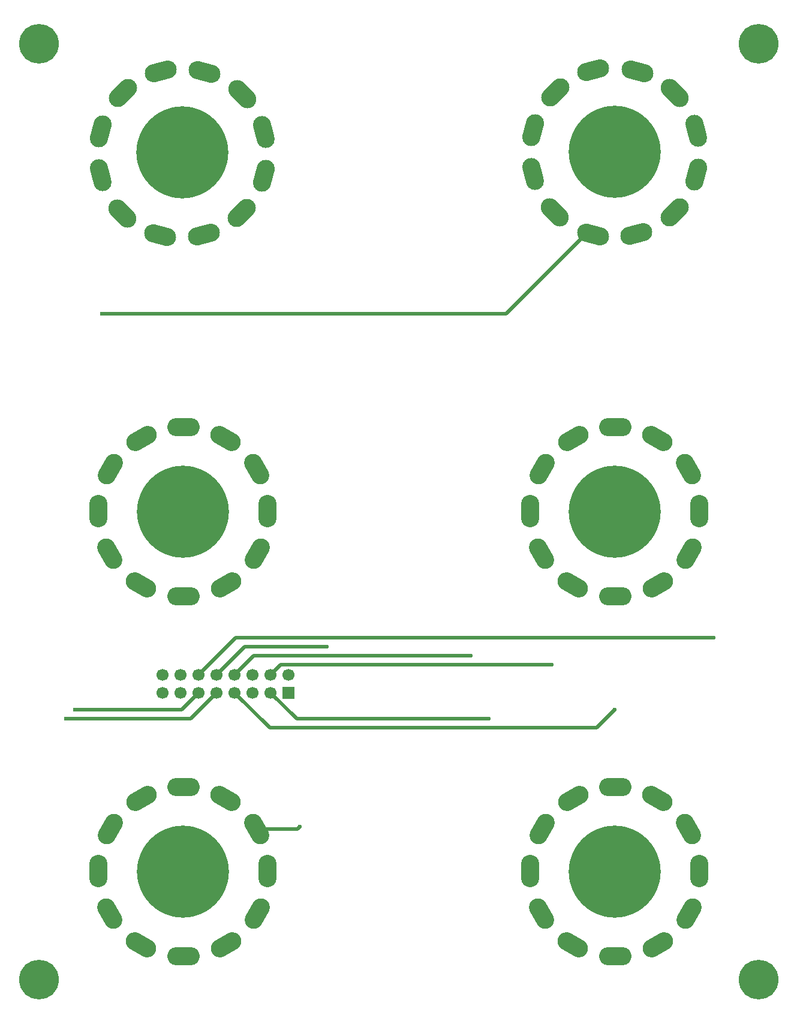
<source format=gbr>
%TF.GenerationSoftware,KiCad,Pcbnew,(6.0.10)*%
%TF.CreationDate,2023-09-11T12:43:08-04:00*%
%TF.ProjectId,pump_board,70756d70-5f62-46f6-9172-642e6b696361,rev?*%
%TF.SameCoordinates,Original*%
%TF.FileFunction,Copper,L1,Top*%
%TF.FilePolarity,Positive*%
%FSLAX46Y46*%
G04 Gerber Fmt 4.6, Leading zero omitted, Abs format (unit mm)*
G04 Created by KiCad (PCBNEW (6.0.10)) date 2023-09-11 12:43:08*
%MOMM*%
%LPD*%
G01*
G04 APERTURE LIST*
G04 Aperture macros list*
%AMHorizOval*
0 Thick line with rounded ends*
0 $1 width*
0 $2 $3 position (X,Y) of the first rounded end (center of the circle)*
0 $4 $5 position (X,Y) of the second rounded end (center of the circle)*
0 Add line between two ends*
20,1,$1,$2,$3,$4,$5,0*
0 Add two circle primitives to create the rounded ends*
1,1,$1,$2,$3*
1,1,$1,$4,$5*%
G04 Aperture macros list end*
%TA.AperFunction,WasherPad*%
%ADD10C,13.000000*%
%TD*%
%TA.AperFunction,ComponentPad*%
%ADD11HorizOval,2.540000X-0.980457X0.266384X0.980457X-0.266384X0*%
%TD*%
%TA.AperFunction,ComponentPad*%
%ADD12HorizOval,2.540000X-0.720924X-0.715908X0.720924X0.715908X0*%
%TD*%
%TA.AperFunction,ComponentPad*%
%ADD13HorizOval,2.540000X-0.266384X-0.980457X0.266384X0.980457X0*%
%TD*%
%TA.AperFunction,ComponentPad*%
%ADD14HorizOval,2.540000X-0.715908X0.720924X0.715908X-0.720924X0*%
%TD*%
%TA.AperFunction,ComponentPad*%
%ADD15HorizOval,2.540000X-0.259533X0.982293X0.259533X-0.982293X0*%
%TD*%
%TA.AperFunction,ComponentPad*%
%ADD16HorizOval,2.540000X-0.982293X-0.259533X0.982293X0.259533X0*%
%TD*%
%TA.AperFunction,ComponentPad*%
%ADD17HorizOval,2.540000X-0.879882X0.508000X0.879882X-0.508000X0*%
%TD*%
%TA.AperFunction,ComponentPad*%
%ADD18O,4.572000X2.540000*%
%TD*%
%TA.AperFunction,ComponentPad*%
%ADD19O,2.540000X4.572000*%
%TD*%
%TA.AperFunction,ComponentPad*%
%ADD20HorizOval,2.540000X-0.508000X0.879882X0.508000X-0.879882X0*%
%TD*%
%TA.AperFunction,ComponentPad*%
%ADD21HorizOval,2.540000X0.879882X0.508000X-0.879882X-0.508000X0*%
%TD*%
%TA.AperFunction,ComponentPad*%
%ADD22HorizOval,2.540000X0.508000X0.879882X-0.508000X-0.879882X0*%
%TD*%
%TA.AperFunction,ComponentPad*%
%ADD23C,5.600000*%
%TD*%
%TA.AperFunction,ComponentPad*%
%ADD24R,1.700000X1.700000*%
%TD*%
%TA.AperFunction,ComponentPad*%
%ADD25C,1.700000*%
%TD*%
%TA.AperFunction,ViaPad*%
%ADD26C,0.600000*%
%TD*%
%TA.AperFunction,Conductor*%
%ADD27C,0.508000*%
%TD*%
G04 APERTURE END LIST*
D10*
%TO.P,U6,*%
%TO.N,*%
X154940000Y-214605069D03*
D11*
%TO.P,U6,1,POS(+)*%
%TO.N,Net-(J1-Pad12)*%
X158140827Y-203241338D03*
D12*
X163392215Y-223143465D03*
D13*
X166489170Y-217827667D03*
D14*
X163453952Y-206339824D03*
D15*
X166515976Y-211677122D03*
D16*
X158052284Y-226195523D03*
D12*
%TO.P,U6,2,NEG(-)*%
%TO.N,Net-(J1-Pad11)*%
X146568368Y-206201755D03*
D13*
X143448437Y-211567639D03*
D15*
X143432102Y-217776145D03*
D11*
X151880799Y-226282072D03*
D16*
X151953261Y-203111647D03*
D14*
X146512241Y-223163672D03*
%TD*%
D10*
%TO.P,U5,*%
%TO.N,*%
X93885036Y-214729724D03*
D11*
%TO.P,U5,1,POS(+)*%
%TO.N,Net-(J1-Pad10)*%
X97085863Y-203365993D03*
D12*
X102337251Y-223268120D03*
D13*
X105434206Y-217952322D03*
D14*
X102398988Y-206464479D03*
D15*
X105461012Y-211801777D03*
D16*
X96997320Y-226320178D03*
D12*
%TO.P,U5,2,NEG(-)*%
%TO.N,Net-(J1-Pad9)*%
X85513404Y-206326410D03*
D13*
X82393473Y-211692294D03*
D15*
X82377138Y-217900800D03*
D11*
X90825835Y-226406727D03*
D16*
X90898297Y-203236302D03*
D14*
X85457277Y-223288327D03*
%TD*%
D10*
%TO.P,U1,*%
%TO.N,*%
X93980000Y-316230000D03*
D17*
%TO.P,U1,1,POS(+)*%
%TO.N,Net-(J1-Pad2)*%
X100027830Y-305857869D03*
D18*
X94088187Y-304260822D03*
D19*
X105962902Y-316152381D03*
D20*
X104376164Y-310209976D03*
D21*
X88145782Y-305857869D03*
D22*
X83792878Y-310203227D03*
D20*
%TO.P,U1,2,NEG(-)*%
%TO.N,Net-(J1-Pad1)*%
X83698942Y-322147976D03*
D18*
X94088188Y-328136821D03*
D19*
X82086902Y-316152382D03*
D22*
X104470100Y-322141226D03*
D21*
X100083783Y-326535091D03*
D17*
X88089831Y-326535091D03*
%TD*%
D10*
%TO.P,U4,*%
%TO.N,*%
X154940000Y-265430000D03*
D17*
%TO.P,U4,1,POS(+)*%
%TO.N,Net-(J1-Pad8)*%
X160987830Y-255057869D03*
D18*
X155048187Y-253460822D03*
D20*
X165336164Y-259409976D03*
D21*
X149105782Y-255057869D03*
D22*
X144752878Y-259403227D03*
D19*
X166922902Y-265352381D03*
D22*
%TO.P,U4,2,NEG(-)*%
%TO.N,Net-(J1-Pad7)*%
X165430100Y-271341226D03*
D17*
X149049831Y-275735091D03*
D18*
X155048188Y-277336821D03*
D20*
X144658942Y-271347976D03*
D19*
X143046902Y-265352382D03*
D21*
X161043783Y-275735091D03*
%TD*%
D10*
%TO.P,U2,*%
%TO.N,*%
X154940000Y-316230000D03*
D19*
%TO.P,U2,1,POS(+)*%
%TO.N,Net-(J1-Pad4)*%
X166922902Y-316152381D03*
D21*
X149105782Y-305857869D03*
D20*
X165336164Y-310209976D03*
D18*
X155048187Y-304260822D03*
D22*
X144752878Y-310203227D03*
D17*
X160987830Y-305857869D03*
D19*
%TO.P,U2,2,NEG(-)*%
%TO.N,Net-(J1-Pad3)*%
X143046902Y-316152382D03*
D22*
X165430100Y-322141226D03*
D17*
X149049831Y-326535091D03*
D18*
X155048188Y-328136821D03*
D20*
X144658942Y-322147976D03*
D21*
X161043783Y-326535091D03*
%TD*%
D23*
%TO.P,H2,1,1*%
%TO.N,unconnected-(H2-Pad1)*%
X175260000Y-199390000D03*
%TD*%
D10*
%TO.P,U3,*%
%TO.N,*%
X93980000Y-265430000D03*
D22*
%TO.P,U3,1,POS(+)*%
%TO.N,Net-(J1-Pad6)*%
X83792878Y-259403227D03*
D21*
X88145782Y-255057869D03*
D17*
X100027830Y-255057869D03*
D18*
X94088187Y-253460822D03*
D20*
X104376164Y-259409976D03*
D19*
X105962902Y-265352381D03*
D22*
%TO.P,U3,2,NEG(-)*%
%TO.N,Net-(J1-Pad5)*%
X104470100Y-271341226D03*
D21*
X100083783Y-275735091D03*
D20*
X83698942Y-271347976D03*
D19*
X82086902Y-265352382D03*
D17*
X88089831Y-275735091D03*
D18*
X94088188Y-277336821D03*
%TD*%
D23*
%TO.P,H3,1,1*%
%TO.N,unconnected-(H3-Pad1)*%
X73660000Y-331470000D03*
%TD*%
%TO.P,H1,1,1*%
%TO.N,unconnected-(H1-Pad1)*%
X73660000Y-199390000D03*
%TD*%
%TO.P,H4,1,1*%
%TO.N,unconnected-(H4-Pad1)*%
X175260000Y-331470000D03*
%TD*%
D24*
%TO.P,J1,1,Pin_1*%
%TO.N,Net-(J1-Pad1)*%
X108926800Y-290935000D03*
D25*
%TO.P,J1,2,Pin_2*%
%TO.N,Net-(J1-Pad2)*%
X108926800Y-288395000D03*
%TO.P,J1,3,Pin_3*%
%TO.N,Net-(J1-Pad3)*%
X106386800Y-290935000D03*
%TO.P,J1,4,Pin_4*%
%TO.N,Net-(J1-Pad4)*%
X106386800Y-288395000D03*
%TO.P,J1,5,Pin_5*%
%TO.N,Net-(J1-Pad5)*%
X103846800Y-290935000D03*
%TO.P,J1,6,Pin_6*%
%TO.N,Net-(J1-Pad6)*%
X103846800Y-288395000D03*
%TO.P,J1,7,Pin_7*%
%TO.N,Net-(J1-Pad7)*%
X101306800Y-290935000D03*
%TO.P,J1,8,Pin_8*%
%TO.N,Net-(J1-Pad8)*%
X101306800Y-288395000D03*
%TO.P,J1,9,Pin_9*%
%TO.N,Net-(J1-Pad9)*%
X98766800Y-290935000D03*
%TO.P,J1,10,Pin_10*%
%TO.N,Net-(J1-Pad10)*%
X98766800Y-288395000D03*
%TO.P,J1,11,Pin_11*%
%TO.N,Net-(J1-Pad11)*%
X96226800Y-290935000D03*
%TO.P,J1,12,Pin_12*%
%TO.N,Net-(J1-Pad12)*%
X96226800Y-288395000D03*
%TO.P,J1,13,Pin_13*%
%TO.N,unconnected-(J1-Pad13)*%
X93686800Y-290935000D03*
%TO.P,J1,14,Pin_14*%
%TO.N,unconnected-(J1-Pad14)*%
X93686800Y-288395000D03*
%TO.P,J1,15,Pin_15*%
%TO.N,unconnected-(J1-Pad15)*%
X91146800Y-290935000D03*
%TO.P,J1,16,Pin_16*%
%TO.N,unconnected-(J1-Pad16)*%
X91146800Y-288395000D03*
%TD*%
D26*
%TO.N,Net-(J1-Pad3)*%
X137160000Y-294640000D03*
%TO.N,Net-(J1-Pad8)*%
X134620000Y-285750000D03*
%TO.N,Net-(J1-Pad7)*%
X154940000Y-293370000D03*
%TO.N,Net-(J1-Pad10)*%
X114300000Y-284480000D03*
%TO.N,Net-(J1-Pad9)*%
X77470000Y-294640000D03*
%TO.N,Net-(J1-Pad12)*%
X168910000Y-283210000D03*
%TO.N,Net-(J1-Pad11)*%
X82550000Y-237490000D03*
X78740000Y-293370000D03*
%TO.N,Net-(J1-Pad2)*%
X110490000Y-309880000D03*
%TO.N,Net-(J1-Pad4)*%
X146050000Y-287020000D03*
%TD*%
D27*
%TO.N,Net-(J1-Pad3)*%
X110091800Y-294640000D02*
X137160000Y-294640000D01*
X106386800Y-290935000D02*
X110091800Y-294640000D01*
%TO.N,Net-(J1-Pad8)*%
X104140000Y-285750000D02*
X134620000Y-285750000D01*
X103951800Y-285750000D02*
X104140000Y-285750000D01*
X101306800Y-288395000D02*
X103951800Y-285750000D01*
%TO.N,Net-(J1-Pad7)*%
X152400000Y-295910000D02*
X154940000Y-293370000D01*
X106281800Y-295910000D02*
X152400000Y-295910000D01*
X101306800Y-290935000D02*
X106281800Y-295910000D01*
%TO.N,Net-(J1-Pad10)*%
X102681800Y-284480000D02*
X114300000Y-284480000D01*
X98766800Y-288395000D02*
X102681800Y-284480000D01*
%TO.N,Net-(J1-Pad9)*%
X98766800Y-290935000D02*
X95061800Y-294640000D01*
X95061800Y-294640000D02*
X77470000Y-294640000D01*
%TO.N,Net-(J1-Pad12)*%
X96226800Y-288395000D02*
X101411800Y-283210000D01*
X101411800Y-283210000D02*
X168910000Y-283210000D01*
%TO.N,Net-(J1-Pad11)*%
X139651072Y-237490000D02*
X151099127Y-226041945D01*
X93791800Y-293370000D02*
X78740000Y-293370000D01*
X82550000Y-237490000D02*
X139651072Y-237490000D01*
X96226800Y-290935000D02*
X93791800Y-293370000D01*
%TO.N,Net-(J1-Pad2)*%
X110490000Y-309880000D02*
X110160024Y-310209976D01*
X110160024Y-310209976D02*
X104376164Y-310209976D01*
%TO.N,Net-(J1-Pad4)*%
X106386800Y-288395000D02*
X107761800Y-287020000D01*
X167544343Y-316287450D02*
X166815059Y-316287450D01*
X107761800Y-287020000D02*
X146050000Y-287020000D01*
%TD*%
M02*

</source>
